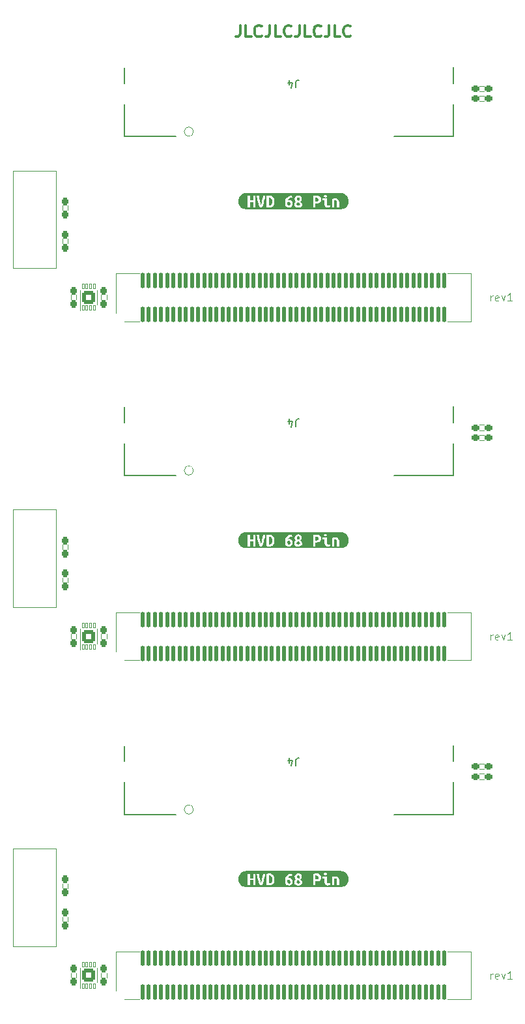
<source format=gto>
G04 #@! TF.GenerationSoftware,KiCad,Pcbnew,8.0.6*
G04 #@! TF.CreationDate,2024-11-07T02:27:12-08:00*
G04 #@! TF.ProjectId,hvd-68-vhdci-panel,6876642d-3638-42d7-9668-6463692d7061,1*
G04 #@! TF.SameCoordinates,Original*
G04 #@! TF.FileFunction,Legend,Top*
G04 #@! TF.FilePolarity,Positive*
%FSLAX46Y46*%
G04 Gerber Fmt 4.6, Leading zero omitted, Abs format (unit mm)*
G04 Created by KiCad (PCBNEW 8.0.6) date 2024-11-07 02:27:12*
%MOMM*%
%LPD*%
G01*
G04 APERTURE LIST*
G04 Aperture macros list*
%AMRoundRect*
0 Rectangle with rounded corners*
0 $1 Rounding radius*
0 $2 $3 $4 $5 $6 $7 $8 $9 X,Y pos of 4 corners*
0 Add a 4 corners polygon primitive as box body*
4,1,4,$2,$3,$4,$5,$6,$7,$8,$9,$2,$3,0*
0 Add four circle primitives for the rounded corners*
1,1,$1+$1,$2,$3*
1,1,$1+$1,$4,$5*
1,1,$1+$1,$6,$7*
1,1,$1+$1,$8,$9*
0 Add four rect primitives between the rounded corners*
20,1,$1+$1,$2,$3,$4,$5,0*
20,1,$1+$1,$4,$5,$6,$7,0*
20,1,$1+$1,$6,$7,$8,$9,0*
20,1,$1+$1,$8,$9,$2,$3,0*%
G04 Aperture macros list end*
%ADD10C,0.100000*%
%ADD11C,0.300000*%
%ADD12C,0.150000*%
%ADD13C,0.000000*%
%ADD14C,0.127000*%
%ADD15C,0.120000*%
%ADD16C,0.500000*%
%ADD17RoundRect,0.225000X0.275000X0.225000X-0.275000X0.225000X-0.275000X-0.225000X0.275000X-0.225000X0*%
%ADD18C,2.500000*%
%ADD19RoundRect,0.225000X0.225000X-0.275000X0.225000X0.275000X-0.225000X0.275000X-0.225000X-0.275000X0*%
%ADD20C,2.300000*%
%ADD21C,2.700000*%
%ADD22C,1.950000*%
%ADD23C,6.500000*%
%ADD24RoundRect,0.062500X0.137500X-0.287500X0.137500X0.287500X-0.137500X0.287500X-0.137500X-0.287500X0*%
%ADD25RoundRect,0.265625X0.584375X-0.584375X0.584375X0.584375X-0.584375X0.584375X-0.584375X-0.584375X0*%
%ADD26RoundRect,0.225000X-0.275000X-0.225000X0.275000X-0.225000X0.275000X0.225000X-0.275000X0.225000X0*%
%ADD27C,1.100000*%
%ADD28O,1.500000X2.350000*%
%ADD29O,1.200000X1.800000*%
%ADD30RoundRect,0.225000X-0.225000X0.275000X-0.225000X-0.275000X0.225000X-0.275000X0.225000X0.275000X0*%
%ADD31C,0.800000*%
%ADD32C,1.200000*%
%ADD33RoundRect,0.125000X0.125000X0.925000X-0.125000X0.925000X-0.125000X-0.925000X0.125000X-0.925000X0*%
G04 APERTURE END LIST*
D10*
X-11857143Y98544581D02*
X-11857143Y99211248D01*
X-11857143Y99020772D02*
X-11809524Y99116010D01*
X-11809524Y99116010D02*
X-11761905Y99163629D01*
X-11761905Y99163629D02*
X-11666667Y99211248D01*
X-11666667Y99211248D02*
X-11571429Y99211248D01*
X-10857143Y98592200D02*
X-10952381Y98544581D01*
X-10952381Y98544581D02*
X-11142857Y98544581D01*
X-11142857Y98544581D02*
X-11238095Y98592200D01*
X-11238095Y98592200D02*
X-11285714Y98687439D01*
X-11285714Y98687439D02*
X-11285714Y99068391D01*
X-11285714Y99068391D02*
X-11238095Y99163629D01*
X-11238095Y99163629D02*
X-11142857Y99211248D01*
X-11142857Y99211248D02*
X-10952381Y99211248D01*
X-10952381Y99211248D02*
X-10857143Y99163629D01*
X-10857143Y99163629D02*
X-10809524Y99068391D01*
X-10809524Y99068391D02*
X-10809524Y98973153D01*
X-10809524Y98973153D02*
X-11285714Y98877915D01*
X-10476190Y99211248D02*
X-10238095Y98544581D01*
X-10238095Y98544581D02*
X-10000000Y99211248D01*
X-9095238Y98544581D02*
X-9666666Y98544581D01*
X-9380952Y98544581D02*
X-9380952Y99544581D01*
X-9380952Y99544581D02*
X-9476190Y99401724D01*
X-9476190Y99401724D02*
X-9571428Y99306486D01*
X-9571428Y99306486D02*
X-9666666Y99258867D01*
X-11857143Y10544581D02*
X-11857143Y11211248D01*
X-11857143Y11020772D02*
X-11809524Y11116010D01*
X-11809524Y11116010D02*
X-11761905Y11163629D01*
X-11761905Y11163629D02*
X-11666667Y11211248D01*
X-11666667Y11211248D02*
X-11571429Y11211248D01*
X-10857143Y10592200D02*
X-10952381Y10544581D01*
X-10952381Y10544581D02*
X-11142857Y10544581D01*
X-11142857Y10544581D02*
X-11238095Y10592200D01*
X-11238095Y10592200D02*
X-11285714Y10687439D01*
X-11285714Y10687439D02*
X-11285714Y11068391D01*
X-11285714Y11068391D02*
X-11238095Y11163629D01*
X-11238095Y11163629D02*
X-11142857Y11211248D01*
X-11142857Y11211248D02*
X-10952381Y11211248D01*
X-10952381Y11211248D02*
X-10857143Y11163629D01*
X-10857143Y11163629D02*
X-10809524Y11068391D01*
X-10809524Y11068391D02*
X-10809524Y10973153D01*
X-10809524Y10973153D02*
X-11285714Y10877915D01*
X-10476190Y11211248D02*
X-10238095Y10544581D01*
X-10238095Y10544581D02*
X-10000000Y11211248D01*
X-9095238Y10544581D02*
X-9666666Y10544581D01*
X-9380952Y10544581D02*
X-9380952Y11544581D01*
X-9380952Y11544581D02*
X-9476190Y11401724D01*
X-9476190Y11401724D02*
X-9571428Y11306486D01*
X-9571428Y11306486D02*
X-9666666Y11258867D01*
D11*
X-44428572Y134325172D02*
X-44428572Y133253743D01*
X-44428572Y133253743D02*
X-44500001Y133039458D01*
X-44500001Y133039458D02*
X-44642858Y132896600D01*
X-44642858Y132896600D02*
X-44857144Y132825172D01*
X-44857144Y132825172D02*
X-45000001Y132825172D01*
X-43000001Y132825172D02*
X-43714287Y132825172D01*
X-43714287Y132825172D02*
X-43714287Y134325172D01*
X-41642858Y132968029D02*
X-41714286Y132896600D01*
X-41714286Y132896600D02*
X-41928572Y132825172D01*
X-41928572Y132825172D02*
X-42071429Y132825172D01*
X-42071429Y132825172D02*
X-42285715Y132896600D01*
X-42285715Y132896600D02*
X-42428572Y133039458D01*
X-42428572Y133039458D02*
X-42500001Y133182315D01*
X-42500001Y133182315D02*
X-42571429Y133468029D01*
X-42571429Y133468029D02*
X-42571429Y133682315D01*
X-42571429Y133682315D02*
X-42500001Y133968029D01*
X-42500001Y133968029D02*
X-42428572Y134110886D01*
X-42428572Y134110886D02*
X-42285715Y134253743D01*
X-42285715Y134253743D02*
X-42071429Y134325172D01*
X-42071429Y134325172D02*
X-41928572Y134325172D01*
X-41928572Y134325172D02*
X-41714286Y134253743D01*
X-41714286Y134253743D02*
X-41642858Y134182315D01*
X-40571429Y134325172D02*
X-40571429Y133253743D01*
X-40571429Y133253743D02*
X-40642858Y133039458D01*
X-40642858Y133039458D02*
X-40785715Y132896600D01*
X-40785715Y132896600D02*
X-41000001Y132825172D01*
X-41000001Y132825172D02*
X-41142858Y132825172D01*
X-39142858Y132825172D02*
X-39857144Y132825172D01*
X-39857144Y132825172D02*
X-39857144Y134325172D01*
X-37785715Y132968029D02*
X-37857143Y132896600D01*
X-37857143Y132896600D02*
X-38071429Y132825172D01*
X-38071429Y132825172D02*
X-38214286Y132825172D01*
X-38214286Y132825172D02*
X-38428572Y132896600D01*
X-38428572Y132896600D02*
X-38571429Y133039458D01*
X-38571429Y133039458D02*
X-38642858Y133182315D01*
X-38642858Y133182315D02*
X-38714286Y133468029D01*
X-38714286Y133468029D02*
X-38714286Y133682315D01*
X-38714286Y133682315D02*
X-38642858Y133968029D01*
X-38642858Y133968029D02*
X-38571429Y134110886D01*
X-38571429Y134110886D02*
X-38428572Y134253743D01*
X-38428572Y134253743D02*
X-38214286Y134325172D01*
X-38214286Y134325172D02*
X-38071429Y134325172D01*
X-38071429Y134325172D02*
X-37857143Y134253743D01*
X-37857143Y134253743D02*
X-37785715Y134182315D01*
X-36714286Y134325172D02*
X-36714286Y133253743D01*
X-36714286Y133253743D02*
X-36785715Y133039458D01*
X-36785715Y133039458D02*
X-36928572Y132896600D01*
X-36928572Y132896600D02*
X-37142858Y132825172D01*
X-37142858Y132825172D02*
X-37285715Y132825172D01*
X-35285715Y132825172D02*
X-36000001Y132825172D01*
X-36000001Y132825172D02*
X-36000001Y134325172D01*
X-33928572Y132968029D02*
X-34000000Y132896600D01*
X-34000000Y132896600D02*
X-34214286Y132825172D01*
X-34214286Y132825172D02*
X-34357143Y132825172D01*
X-34357143Y132825172D02*
X-34571429Y132896600D01*
X-34571429Y132896600D02*
X-34714286Y133039458D01*
X-34714286Y133039458D02*
X-34785715Y133182315D01*
X-34785715Y133182315D02*
X-34857143Y133468029D01*
X-34857143Y133468029D02*
X-34857143Y133682315D01*
X-34857143Y133682315D02*
X-34785715Y133968029D01*
X-34785715Y133968029D02*
X-34714286Y134110886D01*
X-34714286Y134110886D02*
X-34571429Y134253743D01*
X-34571429Y134253743D02*
X-34357143Y134325172D01*
X-34357143Y134325172D02*
X-34214286Y134325172D01*
X-34214286Y134325172D02*
X-34000000Y134253743D01*
X-34000000Y134253743D02*
X-33928572Y134182315D01*
X-32857143Y134325172D02*
X-32857143Y133253743D01*
X-32857143Y133253743D02*
X-32928572Y133039458D01*
X-32928572Y133039458D02*
X-33071429Y132896600D01*
X-33071429Y132896600D02*
X-33285715Y132825172D01*
X-33285715Y132825172D02*
X-33428572Y132825172D01*
X-31428572Y132825172D02*
X-32142858Y132825172D01*
X-32142858Y132825172D02*
X-32142858Y134325172D01*
X-30071429Y132968029D02*
X-30142857Y132896600D01*
X-30142857Y132896600D02*
X-30357143Y132825172D01*
X-30357143Y132825172D02*
X-30500000Y132825172D01*
X-30500000Y132825172D02*
X-30714286Y132896600D01*
X-30714286Y132896600D02*
X-30857143Y133039458D01*
X-30857143Y133039458D02*
X-30928572Y133182315D01*
X-30928572Y133182315D02*
X-31000000Y133468029D01*
X-31000000Y133468029D02*
X-31000000Y133682315D01*
X-31000000Y133682315D02*
X-30928572Y133968029D01*
X-30928572Y133968029D02*
X-30857143Y134110886D01*
X-30857143Y134110886D02*
X-30714286Y134253743D01*
X-30714286Y134253743D02*
X-30500000Y134325172D01*
X-30500000Y134325172D02*
X-30357143Y134325172D01*
X-30357143Y134325172D02*
X-30142857Y134253743D01*
X-30142857Y134253743D02*
X-30071429Y134182315D01*
D10*
X-11857143Y54544581D02*
X-11857143Y55211248D01*
X-11857143Y55020772D02*
X-11809524Y55116010D01*
X-11809524Y55116010D02*
X-11761905Y55163629D01*
X-11761905Y55163629D02*
X-11666667Y55211248D01*
X-11666667Y55211248D02*
X-11571429Y55211248D01*
X-10857143Y54592200D02*
X-10952381Y54544581D01*
X-10952381Y54544581D02*
X-11142857Y54544581D01*
X-11142857Y54544581D02*
X-11238095Y54592200D01*
X-11238095Y54592200D02*
X-11285714Y54687439D01*
X-11285714Y54687439D02*
X-11285714Y55068391D01*
X-11285714Y55068391D02*
X-11238095Y55163629D01*
X-11238095Y55163629D02*
X-11142857Y55211248D01*
X-11142857Y55211248D02*
X-10952381Y55211248D01*
X-10952381Y55211248D02*
X-10857143Y55163629D01*
X-10857143Y55163629D02*
X-10809524Y55068391D01*
X-10809524Y55068391D02*
X-10809524Y54973153D01*
X-10809524Y54973153D02*
X-11285714Y54877915D01*
X-10476190Y55211248D02*
X-10238095Y54544581D01*
X-10238095Y54544581D02*
X-10000000Y55211248D01*
X-9095238Y54544581D02*
X-9666666Y54544581D01*
X-9380952Y54544581D02*
X-9380952Y55544581D01*
X-9380952Y55544581D02*
X-9476190Y55401724D01*
X-9476190Y55401724D02*
X-9571428Y55306486D01*
X-9571428Y55306486D02*
X-9666666Y55258867D01*
D12*
X-37166667Y38221820D02*
X-37166667Y38936105D01*
X-37166667Y38936105D02*
X-37119048Y39078962D01*
X-37119048Y39078962D02*
X-37023810Y39174200D01*
X-37023810Y39174200D02*
X-36880953Y39221820D01*
X-36880953Y39221820D02*
X-36785715Y39221820D01*
X-38071429Y38555153D02*
X-38071429Y39221820D01*
X-37833334Y38174200D02*
X-37595239Y38888486D01*
X-37595239Y38888486D02*
X-38214286Y38888486D01*
X-37166667Y126221820D02*
X-37166667Y126936105D01*
X-37166667Y126936105D02*
X-37119048Y127078962D01*
X-37119048Y127078962D02*
X-37023810Y127174200D01*
X-37023810Y127174200D02*
X-36880953Y127221820D01*
X-36880953Y127221820D02*
X-36785715Y127221820D01*
X-38071429Y126555153D02*
X-38071429Y127221820D01*
X-37833334Y126174200D02*
X-37595239Y126888486D01*
X-37595239Y126888486D02*
X-38214286Y126888486D01*
X-37166667Y82221820D02*
X-37166667Y82936105D01*
X-37166667Y82936105D02*
X-37119048Y83078962D01*
X-37119048Y83078962D02*
X-37023810Y83174200D01*
X-37023810Y83174200D02*
X-36880953Y83221820D01*
X-36880953Y83221820D02*
X-36785715Y83221820D01*
X-38071429Y82555153D02*
X-38071429Y83221820D01*
X-37833334Y82174200D02*
X-37595239Y82888486D01*
X-37595239Y82888486D02*
X-38214286Y82888486D01*
D10*
G04 #@! TO.C,R4*
X-13300000Y80452001D02*
X-12700000Y80452001D01*
X-12700000Y81151999D02*
X-13300000Y81151999D01*
G04 #@! TO.C,C1*
X-66399999Y54702000D02*
X-66399999Y55302000D01*
X-65700001Y55302000D02*
X-65700001Y54702000D01*
G04 #@! TO.C,J3*
X-68370000Y14772001D02*
X-73969999Y14772000D01*
X-73969999Y27442000D01*
X-68369999Y27442000D01*
X-68370000Y14772001D01*
G04 #@! TO.C,R4*
X-13300000Y36452001D02*
X-12700000Y36452001D01*
X-12700000Y37151999D02*
X-13300000Y37151999D01*
G04 #@! TO.C,U1*
X-65200000Y9302000D02*
X-65200000Y11952000D01*
X-63000000Y11952000D02*
X-63000000Y10052000D01*
X-65200000Y53302000D02*
X-65200000Y55952000D01*
X-63000000Y55952000D02*
X-63000000Y54052000D01*
G04 #@! TO.C,C2*
X-13300000Y38451999D02*
X-12700000Y38451999D01*
X-12700000Y37752001D02*
X-13300000Y37752001D01*
G04 #@! TO.C,J3*
X-68370000Y102772001D02*
X-73969999Y102772000D01*
X-73969999Y115442000D01*
X-68369999Y115442000D01*
X-68370000Y102772001D01*
G04 #@! TO.C,C1*
X-66399999Y10702000D02*
X-66399999Y11302000D01*
X-65700001Y11302000D02*
X-65700001Y10702000D01*
G04 #@! TO.C,C2*
X-13300000Y82451999D02*
X-12700000Y82451999D01*
X-12700000Y81752001D02*
X-13300000Y81752001D01*
D13*
G04 #@! TO.C,kibuzzard-672C63B8*
G36*
X-36740307Y111935764D02*
G01*
X-36683360Y111808543D01*
X-36714863Y111678898D01*
X-36821486Y111556523D01*
X-36940832Y111613470D01*
X-37017771Y111667994D01*
X-37073506Y111806120D01*
X-37014136Y111934553D01*
X-36877221Y111978171D01*
X-36740307Y111935764D01*
G37*
G36*
X-36821486Y111293599D02*
G01*
X-36718498Y111233018D01*
X-36660339Y111166378D01*
X-36642165Y111081564D01*
X-36706381Y110956766D01*
X-36879645Y110904666D01*
X-37043215Y110954342D01*
X-37112278Y111100950D01*
X-37075929Y111233018D01*
X-36971729Y111357816D01*
X-36821486Y111293599D01*
G37*
G36*
X-34376111Y111933038D02*
G01*
X-34292811Y111892145D01*
X-34239196Y111818539D01*
X-34221325Y111706766D01*
X-34239499Y111588935D01*
X-34294023Y111511693D01*
X-34384289Y111468983D01*
X-34509693Y111454746D01*
X-34630856Y111454746D01*
X-34630856Y111939399D01*
X-34556947Y111945457D01*
X-34483037Y111946669D01*
X-34376111Y111933038D01*
G37*
G36*
X-40439418Y111904262D02*
G01*
X-40340065Y111791580D01*
X-40289176Y111629221D01*
X-40274637Y111440207D01*
X-40279180Y111333280D01*
X-40292811Y111235441D01*
X-40353393Y111074294D01*
X-40464863Y110967670D01*
X-40635703Y110928898D01*
X-40662359Y110928898D01*
X-40689015Y110931321D01*
X-40689015Y111939399D01*
X-40645396Y111945457D01*
X-40601777Y111946669D01*
X-40439418Y111904262D01*
G37*
G36*
X-38003433Y111385986D02*
G01*
X-37933764Y111339641D01*
X-37882876Y111163955D01*
X-37893780Y111079141D01*
X-37927706Y110999173D01*
X-37987076Y110938591D01*
X-38074313Y110914359D01*
X-38179725Y110944649D01*
X-38246365Y111025829D01*
X-38280291Y111140934D01*
X-38289984Y111275425D01*
X-38288772Y111321467D01*
X-38285137Y111365086D01*
X-38205170Y111391742D01*
X-38110662Y111401435D01*
X-38003433Y111385986D01*
G37*
G36*
X-31263343Y112543407D02*
G01*
X-31161761Y112528339D01*
X-31062146Y112503386D01*
X-30965455Y112468790D01*
X-30872622Y112424883D01*
X-30784539Y112372088D01*
X-30702055Y112310914D01*
X-30625964Y112241949D01*
X-30556999Y112165858D01*
X-30495825Y112083374D01*
X-30443030Y111995291D01*
X-30399123Y111902458D01*
X-30364526Y111805767D01*
X-30339574Y111706151D01*
X-30324506Y111604570D01*
X-30319467Y111502000D01*
X-30324506Y111399430D01*
X-30339574Y111297849D01*
X-30364526Y111198233D01*
X-30399123Y111101542D01*
X-30443030Y111008709D01*
X-30495825Y110920626D01*
X-30556999Y110838142D01*
X-30625964Y110762051D01*
X-30702055Y110693086D01*
X-30784539Y110631912D01*
X-30872622Y110579117D01*
X-30965455Y110535210D01*
X-31062146Y110500614D01*
X-31161761Y110475661D01*
X-31263343Y110460593D01*
X-31365913Y110455554D01*
X-31567851Y110455554D01*
X-33038772Y110455554D01*
X-34630856Y110455554D01*
X-36884491Y110455554D01*
X-38067044Y110455554D01*
X-40667205Y110455554D01*
X-41878837Y110455554D01*
X-42438611Y110455554D01*
X-43432149Y110455554D01*
X-43634087Y110455554D01*
X-43736657Y110460593D01*
X-43838239Y110475661D01*
X-43937854Y110500614D01*
X-44034545Y110535210D01*
X-44127378Y110579117D01*
X-44215461Y110631912D01*
X-44292429Y110688995D01*
X-43432149Y110688995D01*
X-43134087Y110688995D01*
X-43134087Y111350546D01*
X-42736672Y111350546D01*
X-42736672Y110688995D01*
X-42438611Y110688995D01*
X-42438611Y112188995D01*
X-42298061Y112188995D01*
X-42270194Y112053292D01*
X-42230210Y111883664D01*
X-42198169Y111756712D01*
X-42163436Y111624644D01*
X-42126010Y111487460D01*
X-42086430Y111347584D01*
X-42045234Y111207439D01*
X-42002423Y111067024D01*
X-41938813Y110867105D01*
X-41878837Y110688995D01*
X-41571082Y110688995D01*
X-41524771Y110818101D01*
X-41479537Y110950169D01*
X-41435380Y111085199D01*
X-41392973Y111220901D01*
X-41352989Y111354989D01*
X-41315428Y111487460D01*
X-41263934Y111680413D01*
X-41218498Y111864278D01*
X-41179422Y112035118D01*
X-41151094Y112169609D01*
X-40987076Y112169609D01*
X-40987076Y110705958D01*
X-40823506Y110678090D01*
X-40667205Y110669609D01*
X-40520901Y110680211D01*
X-40387318Y110712016D01*
X-40268881Y110766842D01*
X-40168013Y110846507D01*
X-40085925Y110952222D01*
X-40023829Y111085199D01*
X-39984754Y111247254D01*
X-39981053Y111302081D01*
X-38583199Y111302081D01*
X-38568525Y111100277D01*
X-38524502Y110937514D01*
X-38451131Y110813793D01*
X-38349758Y110726960D01*
X-38221729Y110674859D01*
X-38067044Y110657493D01*
X-37951939Y110669306D01*
X-37853796Y110704746D01*
X-37705977Y110827121D01*
X-37619952Y110991903D01*
X-37608499Y111064601D01*
X-37390953Y111064601D01*
X-37354604Y110893761D01*
X-37251616Y110765328D01*
X-37091680Y110685360D01*
X-36993235Y110664460D01*
X-36884491Y110657493D01*
X-36750606Y110667186D01*
X-36639742Y110696265D01*
X-36478595Y110794407D01*
X-36388934Y110928898D01*
X-36361066Y111076717D01*
X-36375303Y111185764D01*
X-36418013Y111285118D01*
X-36495254Y111375990D01*
X-36613086Y111459593D01*
X-36518578Y111535623D01*
X-36453150Y111628010D01*
X-36414984Y111729484D01*
X-36402262Y111832775D01*
X-36434067Y111993922D01*
X-36529483Y112118721D01*
X-36624514Y112169609D01*
X-34928918Y112169609D01*
X-34928918Y110688995D01*
X-34630856Y110688995D01*
X-34630856Y111195457D01*
X-34524233Y111195457D01*
X-34345046Y111208785D01*
X-34195207Y111248769D01*
X-34074717Y111315409D01*
X-33986537Y111411935D01*
X-33933630Y111541580D01*
X-33915994Y111704342D01*
X-33929416Y111827929D01*
X-33760905Y111827929D01*
X-33760905Y111580756D01*
X-33445880Y111580756D01*
X-33445880Y111161532D01*
X-33441034Y111049456D01*
X-33426494Y110950708D01*
X-33359855Y110794407D01*
X-33233845Y110696265D01*
X-33145699Y110670821D01*
X-33038772Y110662339D01*
X-32889742Y110678090D01*
X-32716478Y110737460D01*
X-32755250Y110977363D01*
X-32886107Y110932533D01*
X-32985460Y110921628D01*
X-33110258Y110971305D01*
X-33147819Y111122759D01*
X-33147819Y111791580D01*
X-32483845Y111791580D01*
X-32483845Y110688995D01*
X-32185784Y110688995D01*
X-32185784Y111583179D01*
X-32116721Y111590449D01*
X-32050081Y111592872D01*
X-31902262Y111522598D01*
X-31875000Y111429908D01*
X-31865913Y111292388D01*
X-31865913Y110688995D01*
X-31567851Y110688995D01*
X-31567851Y111331160D01*
X-31573304Y111442327D01*
X-31589661Y111543195D01*
X-31663570Y111707977D01*
X-31805331Y111814601D01*
X-31906502Y111842771D01*
X-32030695Y111852162D01*
X-32163671Y111847315D01*
X-32286349Y111832775D01*
X-32394487Y111812784D01*
X-32483845Y111791580D01*
X-33147819Y111791580D01*
X-33147819Y111827929D01*
X-33348950Y111827929D01*
X-33760905Y111827929D01*
X-33929416Y111827929D01*
X-33933495Y111865489D01*
X-33985999Y111993519D01*
X-34073506Y112088430D01*
X-34192784Y112153723D01*
X-34197863Y112155069D01*
X-33535541Y112155069D01*
X-33481018Y112016943D01*
X-33348950Y111966055D01*
X-33215670Y112016943D01*
X-33159935Y112155069D01*
X-33215670Y112295619D01*
X-33348950Y112346507D01*
X-33481018Y112295619D01*
X-33535541Y112155069D01*
X-34197863Y112155069D01*
X-34340603Y112192899D01*
X-34516963Y112205958D01*
X-34611470Y112203535D01*
X-34720517Y112197477D01*
X-34830775Y112186572D01*
X-34928918Y112169609D01*
X-36624514Y112169609D01*
X-36678817Y112198688D01*
X-36872375Y112225344D01*
X-36997173Y112215045D01*
X-37100162Y112184149D01*
X-37247981Y112079948D01*
X-37329160Y111938187D01*
X-37354604Y111786733D01*
X-37315832Y111612258D01*
X-37260097Y111532291D01*
X-37170436Y111457170D01*
X-37269184Y111373870D01*
X-37337641Y111279060D01*
X-37377625Y111175162D01*
X-37390953Y111064601D01*
X-37608499Y111064601D01*
X-37592084Y111168801D01*
X-37617528Y111352969D01*
X-37701131Y111505635D01*
X-37850162Y111609835D01*
X-37951030Y111638914D01*
X-38071890Y111648607D01*
X-38149435Y111637703D01*
X-38239095Y111607412D01*
X-38155493Y111764924D01*
X-38021002Y111867913D01*
X-37851373Y111924859D01*
X-37662359Y111944246D01*
X-37679321Y112198688D01*
X-37873788Y112184149D01*
X-38050081Y112140530D01*
X-38205170Y112068438D01*
X-38336026Y111968478D01*
X-38441135Y111841257D01*
X-38518982Y111687380D01*
X-38567145Y111507452D01*
X-38583199Y111302081D01*
X-39981053Y111302081D01*
X-39971729Y111440207D01*
X-39983542Y111628918D01*
X-40018982Y111787945D01*
X-40075626Y111919407D01*
X-40151050Y112025425D01*
X-40245254Y112106301D01*
X-40358239Y112162339D01*
X-40486975Y112195053D01*
X-40628433Y112205958D01*
X-40795638Y112198688D01*
X-40987076Y112169609D01*
X-41151094Y112169609D01*
X-41147011Y112188995D01*
X-41459612Y112188995D01*
X-41481422Y112062985D01*
X-41508078Y111917590D01*
X-41538368Y111760380D01*
X-41571082Y111598931D01*
X-41606220Y111436572D01*
X-41643780Y111276637D01*
X-41682553Y111126697D01*
X-41721325Y110994326D01*
X-41760400Y111128515D01*
X-41800081Y111279060D01*
X-41838853Y111438995D01*
X-41875202Y111601354D01*
X-41908825Y111762501D01*
X-41939418Y111918801D01*
X-41964863Y112063288D01*
X-41983037Y112188995D01*
X-42298061Y112188995D01*
X-42438611Y112188995D01*
X-42736672Y112188995D01*
X-42736672Y111597719D01*
X-43134087Y111597719D01*
X-43134087Y112188995D01*
X-43432149Y112188995D01*
X-43432149Y110688995D01*
X-44292429Y110688995D01*
X-44297945Y110693086D01*
X-44374036Y110762051D01*
X-44443001Y110838142D01*
X-44504175Y110920626D01*
X-44556970Y111008709D01*
X-44600877Y111101542D01*
X-44635474Y111198233D01*
X-44660426Y111297849D01*
X-44675494Y111399430D01*
X-44680533Y111502000D01*
X-44675494Y111604570D01*
X-44660426Y111706151D01*
X-44635474Y111805767D01*
X-44600877Y111902458D01*
X-44556970Y111995291D01*
X-44504175Y112083374D01*
X-44443001Y112165858D01*
X-44374036Y112241949D01*
X-44297945Y112310914D01*
X-44215461Y112372088D01*
X-44127378Y112424883D01*
X-44034545Y112468790D01*
X-43937854Y112503386D01*
X-43838239Y112528339D01*
X-43736657Y112543407D01*
X-43634087Y112548446D01*
X-43432149Y112548446D01*
X-31567851Y112548446D01*
X-31365913Y112548446D01*
X-31263343Y112543407D01*
G37*
D10*
G04 #@! TO.C,R4*
X-13300000Y124452001D02*
X-12700000Y124452001D01*
X-12700000Y125151999D02*
X-13300000Y125151999D01*
G04 #@! TO.C,J3*
X-68370000Y58772001D02*
X-73969999Y58772000D01*
X-73969999Y71442000D01*
X-68369999Y71442000D01*
X-68370000Y58772001D01*
D14*
G04 #@! TO.C,J4*
X-59450000Y40767000D02*
X-59450000Y38767000D01*
X-59450000Y36067000D02*
X-59450000Y31867000D01*
X-59450000Y31867000D02*
X-52750000Y31867000D01*
X-24450000Y31867000D02*
X-16750000Y31867000D01*
X-16750000Y38767000D02*
X-16750000Y40867000D01*
X-16750000Y31867000D02*
X-16750000Y36067000D01*
D10*
X-50500000Y32517000D02*
G75*
G02*
X-51700000Y32517000I-600000J0D01*
G01*
X-51700000Y32517000D02*
G75*
G02*
X-50500000Y32517000I600000J0D01*
G01*
G04 #@! TO.C,U1*
X-65200000Y97302000D02*
X-65200000Y99952000D01*
X-63000000Y99952000D02*
X-63000000Y98052000D01*
G04 #@! TO.C,R3*
X-67549999Y18602000D02*
X-67549999Y18002000D01*
X-66850001Y18002000D02*
X-66850001Y18602000D01*
G04 #@! TO.C,R1*
X-62499999Y55302000D02*
X-62499999Y54702000D01*
X-61800001Y54702000D02*
X-61800001Y55302000D01*
G04 #@! TO.C,R2*
X-67549999Y110902000D02*
X-67549999Y110302000D01*
X-66850001Y110302000D02*
X-66850001Y110902000D01*
D15*
G04 #@! TO.C,J1*
X-60600001Y102102000D02*
X-60600000Y97002000D01*
X-60600001Y102102000D02*
X-57500001Y102102000D01*
X-59500000Y95902000D02*
X-57500001Y95902000D01*
X-17499999Y102102000D02*
X-14399999Y102102000D01*
X-17499999Y95902000D02*
X-14399999Y95902000D01*
X-14399999Y102102000D02*
X-14399999Y95902000D01*
D10*
G04 #@! TO.C,R1*
X-62499999Y99302000D02*
X-62499999Y98702000D01*
X-61800001Y98702000D02*
X-61800001Y99302000D01*
X-62499999Y11302000D02*
X-62499999Y10702000D01*
X-61800001Y10702000D02*
X-61800001Y11302000D01*
D15*
G04 #@! TO.C,J1*
X-60600001Y58102000D02*
X-60600000Y53002000D01*
X-60600001Y58102000D02*
X-57500001Y58102000D01*
X-59500000Y51902000D02*
X-57500001Y51902000D01*
X-17499999Y58102000D02*
X-14399999Y58102000D01*
X-17499999Y51902000D02*
X-14399999Y51902000D01*
X-14399999Y58102000D02*
X-14399999Y51902000D01*
D14*
G04 #@! TO.C,J4*
X-59450000Y128767000D02*
X-59450000Y126767000D01*
X-59450000Y124067000D02*
X-59450000Y119867000D01*
X-59450000Y119867000D02*
X-52750000Y119867000D01*
X-24450000Y119867000D02*
X-16750000Y119867000D01*
X-16750000Y126767000D02*
X-16750000Y128867000D01*
X-16750000Y119867000D02*
X-16750000Y124067000D01*
D10*
X-50500000Y120517000D02*
G75*
G02*
X-51700000Y120517000I-600000J0D01*
G01*
X-51700000Y120517000D02*
G75*
G02*
X-50500000Y120517000I600000J0D01*
G01*
D14*
X-59450000Y84767000D02*
X-59450000Y82767000D01*
X-59450000Y80067000D02*
X-59450000Y75867000D01*
X-59450000Y75867000D02*
X-52750000Y75867000D01*
X-24450000Y75867000D02*
X-16750000Y75867000D01*
X-16750000Y82767000D02*
X-16750000Y84867000D01*
X-16750000Y75867000D02*
X-16750000Y80067000D01*
D10*
X-50500000Y76517000D02*
G75*
G02*
X-51700000Y76517000I-600000J0D01*
G01*
X-51700000Y76517000D02*
G75*
G02*
X-50500000Y76517000I600000J0D01*
G01*
G04 #@! TO.C,C1*
X-66399999Y98702000D02*
X-66399999Y99302000D01*
X-65700001Y99302000D02*
X-65700001Y98702000D01*
G04 #@! TO.C,R2*
X-67549999Y22902000D02*
X-67549999Y22302000D01*
X-66850001Y22302000D02*
X-66850001Y22902000D01*
G04 #@! TO.C,R3*
X-67549999Y106602000D02*
X-67549999Y106002000D01*
X-66850001Y106002000D02*
X-66850001Y106602000D01*
X-67549999Y62602000D02*
X-67549999Y62002000D01*
X-66850001Y62002000D02*
X-66850001Y62602000D01*
D15*
G04 #@! TO.C,J1*
X-60600001Y14102000D02*
X-60600000Y9002000D01*
X-60600001Y14102000D02*
X-57500001Y14102000D01*
X-59500000Y7902000D02*
X-57500001Y7902000D01*
X-17499999Y14102000D02*
X-14399999Y14102000D01*
X-17499999Y7902000D02*
X-14399999Y7902000D01*
X-14399999Y14102000D02*
X-14399999Y7902000D01*
D13*
G04 #@! TO.C,kibuzzard-672C63B8*
G36*
X-36740307Y23935764D02*
G01*
X-36683360Y23808543D01*
X-36714863Y23678898D01*
X-36821486Y23556523D01*
X-36940832Y23613470D01*
X-37017771Y23667994D01*
X-37073506Y23806120D01*
X-37014136Y23934553D01*
X-36877221Y23978171D01*
X-36740307Y23935764D01*
G37*
G36*
X-36821486Y23293599D02*
G01*
X-36718498Y23233018D01*
X-36660339Y23166378D01*
X-36642165Y23081564D01*
X-36706381Y22956766D01*
X-36879645Y22904666D01*
X-37043215Y22954342D01*
X-37112278Y23100950D01*
X-37075929Y23233018D01*
X-36971729Y23357816D01*
X-36821486Y23293599D01*
G37*
G36*
X-34376111Y23933038D02*
G01*
X-34292811Y23892145D01*
X-34239196Y23818539D01*
X-34221325Y23706766D01*
X-34239499Y23588935D01*
X-34294023Y23511693D01*
X-34384289Y23468983D01*
X-34509693Y23454746D01*
X-34630856Y23454746D01*
X-34630856Y23939399D01*
X-34556947Y23945457D01*
X-34483037Y23946669D01*
X-34376111Y23933038D01*
G37*
G36*
X-40439418Y23904262D02*
G01*
X-40340065Y23791580D01*
X-40289176Y23629221D01*
X-40274637Y23440207D01*
X-40279180Y23333280D01*
X-40292811Y23235441D01*
X-40353393Y23074294D01*
X-40464863Y22967670D01*
X-40635703Y22928898D01*
X-40662359Y22928898D01*
X-40689015Y22931321D01*
X-40689015Y23939399D01*
X-40645396Y23945457D01*
X-40601777Y23946669D01*
X-40439418Y23904262D01*
G37*
G36*
X-38003433Y23385986D02*
G01*
X-37933764Y23339641D01*
X-37882876Y23163955D01*
X-37893780Y23079141D01*
X-37927706Y22999173D01*
X-37987076Y22938591D01*
X-38074313Y22914359D01*
X-38179725Y22944649D01*
X-38246365Y23025829D01*
X-38280291Y23140934D01*
X-38289984Y23275425D01*
X-38288772Y23321467D01*
X-38285137Y23365086D01*
X-38205170Y23391742D01*
X-38110662Y23401435D01*
X-38003433Y23385986D01*
G37*
G36*
X-31263343Y24543407D02*
G01*
X-31161761Y24528339D01*
X-31062146Y24503386D01*
X-30965455Y24468790D01*
X-30872622Y24424883D01*
X-30784539Y24372088D01*
X-30702055Y24310914D01*
X-30625964Y24241949D01*
X-30556999Y24165858D01*
X-30495825Y24083374D01*
X-30443030Y23995291D01*
X-30399123Y23902458D01*
X-30364526Y23805767D01*
X-30339574Y23706151D01*
X-30324506Y23604570D01*
X-30319467Y23502000D01*
X-30324506Y23399430D01*
X-30339574Y23297849D01*
X-30364526Y23198233D01*
X-30399123Y23101542D01*
X-30443030Y23008709D01*
X-30495825Y22920626D01*
X-30556999Y22838142D01*
X-30625964Y22762051D01*
X-30702055Y22693086D01*
X-30784539Y22631912D01*
X-30872622Y22579117D01*
X-30965455Y22535210D01*
X-31062146Y22500614D01*
X-31161761Y22475661D01*
X-31263343Y22460593D01*
X-31365913Y22455554D01*
X-31567851Y22455554D01*
X-33038772Y22455554D01*
X-34630856Y22455554D01*
X-36884491Y22455554D01*
X-38067044Y22455554D01*
X-40667205Y22455554D01*
X-41878837Y22455554D01*
X-42438611Y22455554D01*
X-43432149Y22455554D01*
X-43634087Y22455554D01*
X-43736657Y22460593D01*
X-43838239Y22475661D01*
X-43937854Y22500614D01*
X-44034545Y22535210D01*
X-44127378Y22579117D01*
X-44215461Y22631912D01*
X-44292429Y22688995D01*
X-43432149Y22688995D01*
X-43134087Y22688995D01*
X-43134087Y23350546D01*
X-42736672Y23350546D01*
X-42736672Y22688995D01*
X-42438611Y22688995D01*
X-42438611Y24188995D01*
X-42298061Y24188995D01*
X-42270194Y24053292D01*
X-42230210Y23883664D01*
X-42198169Y23756712D01*
X-42163436Y23624644D01*
X-42126010Y23487460D01*
X-42086430Y23347584D01*
X-42045234Y23207439D01*
X-42002423Y23067024D01*
X-41938813Y22867105D01*
X-41878837Y22688995D01*
X-41571082Y22688995D01*
X-41524771Y22818101D01*
X-41479537Y22950169D01*
X-41435380Y23085199D01*
X-41392973Y23220901D01*
X-41352989Y23354989D01*
X-41315428Y23487460D01*
X-41263934Y23680413D01*
X-41218498Y23864278D01*
X-41179422Y24035118D01*
X-41151094Y24169609D01*
X-40987076Y24169609D01*
X-40987076Y22705958D01*
X-40823506Y22678090D01*
X-40667205Y22669609D01*
X-40520901Y22680211D01*
X-40387318Y22712016D01*
X-40268881Y22766842D01*
X-40168013Y22846507D01*
X-40085925Y22952222D01*
X-40023829Y23085199D01*
X-39984754Y23247254D01*
X-39981053Y23302081D01*
X-38583199Y23302081D01*
X-38568525Y23100277D01*
X-38524502Y22937514D01*
X-38451131Y22813793D01*
X-38349758Y22726960D01*
X-38221729Y22674859D01*
X-38067044Y22657493D01*
X-37951939Y22669306D01*
X-37853796Y22704746D01*
X-37705977Y22827121D01*
X-37619952Y22991903D01*
X-37608499Y23064601D01*
X-37390953Y23064601D01*
X-37354604Y22893761D01*
X-37251616Y22765328D01*
X-37091680Y22685360D01*
X-36993235Y22664460D01*
X-36884491Y22657493D01*
X-36750606Y22667186D01*
X-36639742Y22696265D01*
X-36478595Y22794407D01*
X-36388934Y22928898D01*
X-36361066Y23076717D01*
X-36375303Y23185764D01*
X-36418013Y23285118D01*
X-36495254Y23375990D01*
X-36613086Y23459593D01*
X-36518578Y23535623D01*
X-36453150Y23628010D01*
X-36414984Y23729484D01*
X-36402262Y23832775D01*
X-36434067Y23993922D01*
X-36529483Y24118721D01*
X-36624514Y24169609D01*
X-34928918Y24169609D01*
X-34928918Y22688995D01*
X-34630856Y22688995D01*
X-34630856Y23195457D01*
X-34524233Y23195457D01*
X-34345046Y23208785D01*
X-34195207Y23248769D01*
X-34074717Y23315409D01*
X-33986537Y23411935D01*
X-33933630Y23541580D01*
X-33915994Y23704342D01*
X-33929416Y23827929D01*
X-33760905Y23827929D01*
X-33760905Y23580756D01*
X-33445880Y23580756D01*
X-33445880Y23161532D01*
X-33441034Y23049456D01*
X-33426494Y22950708D01*
X-33359855Y22794407D01*
X-33233845Y22696265D01*
X-33145699Y22670821D01*
X-33038772Y22662339D01*
X-32889742Y22678090D01*
X-32716478Y22737460D01*
X-32755250Y22977363D01*
X-32886107Y22932533D01*
X-32985460Y22921628D01*
X-33110258Y22971305D01*
X-33147819Y23122759D01*
X-33147819Y23791580D01*
X-32483845Y23791580D01*
X-32483845Y22688995D01*
X-32185784Y22688995D01*
X-32185784Y23583179D01*
X-32116721Y23590449D01*
X-32050081Y23592872D01*
X-31902262Y23522598D01*
X-31875000Y23429908D01*
X-31865913Y23292388D01*
X-31865913Y22688995D01*
X-31567851Y22688995D01*
X-31567851Y23331160D01*
X-31573304Y23442327D01*
X-31589661Y23543195D01*
X-31663570Y23707977D01*
X-31805331Y23814601D01*
X-31906502Y23842771D01*
X-32030695Y23852162D01*
X-32163671Y23847315D01*
X-32286349Y23832775D01*
X-32394487Y23812784D01*
X-32483845Y23791580D01*
X-33147819Y23791580D01*
X-33147819Y23827929D01*
X-33348950Y23827929D01*
X-33760905Y23827929D01*
X-33929416Y23827929D01*
X-33933495Y23865489D01*
X-33985999Y23993519D01*
X-34073506Y24088430D01*
X-34192784Y24153723D01*
X-34197863Y24155069D01*
X-33535541Y24155069D01*
X-33481018Y24016943D01*
X-33348950Y23966055D01*
X-33215670Y24016943D01*
X-33159935Y24155069D01*
X-33215670Y24295619D01*
X-33348950Y24346507D01*
X-33481018Y24295619D01*
X-33535541Y24155069D01*
X-34197863Y24155069D01*
X-34340603Y24192899D01*
X-34516963Y24205958D01*
X-34611470Y24203535D01*
X-34720517Y24197477D01*
X-34830775Y24186572D01*
X-34928918Y24169609D01*
X-36624514Y24169609D01*
X-36678817Y24198688D01*
X-36872375Y24225344D01*
X-36997173Y24215045D01*
X-37100162Y24184149D01*
X-37247981Y24079948D01*
X-37329160Y23938187D01*
X-37354604Y23786733D01*
X-37315832Y23612258D01*
X-37260097Y23532291D01*
X-37170436Y23457170D01*
X-37269184Y23373870D01*
X-37337641Y23279060D01*
X-37377625Y23175162D01*
X-37390953Y23064601D01*
X-37608499Y23064601D01*
X-37592084Y23168801D01*
X-37617528Y23352969D01*
X-37701131Y23505635D01*
X-37850162Y23609835D01*
X-37951030Y23638914D01*
X-38071890Y23648607D01*
X-38149435Y23637703D01*
X-38239095Y23607412D01*
X-38155493Y23764924D01*
X-38021002Y23867913D01*
X-37851373Y23924859D01*
X-37662359Y23944246D01*
X-37679321Y24198688D01*
X-37873788Y24184149D01*
X-38050081Y24140530D01*
X-38205170Y24068438D01*
X-38336026Y23968478D01*
X-38441135Y23841257D01*
X-38518982Y23687380D01*
X-38567145Y23507452D01*
X-38583199Y23302081D01*
X-39981053Y23302081D01*
X-39971729Y23440207D01*
X-39983542Y23628918D01*
X-40018982Y23787945D01*
X-40075626Y23919407D01*
X-40151050Y24025425D01*
X-40245254Y24106301D01*
X-40358239Y24162339D01*
X-40486975Y24195053D01*
X-40628433Y24205958D01*
X-40795638Y24198688D01*
X-40987076Y24169609D01*
X-41151094Y24169609D01*
X-41147011Y24188995D01*
X-41459612Y24188995D01*
X-41481422Y24062985D01*
X-41508078Y23917590D01*
X-41538368Y23760380D01*
X-41571082Y23598931D01*
X-41606220Y23436572D01*
X-41643780Y23276637D01*
X-41682553Y23126697D01*
X-41721325Y22994326D01*
X-41760400Y23128515D01*
X-41800081Y23279060D01*
X-41838853Y23438995D01*
X-41875202Y23601354D01*
X-41908825Y23762501D01*
X-41939418Y23918801D01*
X-41964863Y24063288D01*
X-41983037Y24188995D01*
X-42298061Y24188995D01*
X-42438611Y24188995D01*
X-42736672Y24188995D01*
X-42736672Y23597719D01*
X-43134087Y23597719D01*
X-43134087Y24188995D01*
X-43432149Y24188995D01*
X-43432149Y22688995D01*
X-44292429Y22688995D01*
X-44297945Y22693086D01*
X-44374036Y22762051D01*
X-44443001Y22838142D01*
X-44504175Y22920626D01*
X-44556970Y23008709D01*
X-44600877Y23101542D01*
X-44635474Y23198233D01*
X-44660426Y23297849D01*
X-44675494Y23399430D01*
X-44680533Y23502000D01*
X-44675494Y23604570D01*
X-44660426Y23706151D01*
X-44635474Y23805767D01*
X-44600877Y23902458D01*
X-44556970Y23995291D01*
X-44504175Y24083374D01*
X-44443001Y24165858D01*
X-44374036Y24241949D01*
X-44297945Y24310914D01*
X-44215461Y24372088D01*
X-44127378Y24424883D01*
X-44034545Y24468790D01*
X-43937854Y24503386D01*
X-43838239Y24528339D01*
X-43736657Y24543407D01*
X-43634087Y24548446D01*
X-43432149Y24548446D01*
X-31567851Y24548446D01*
X-31365913Y24548446D01*
X-31263343Y24543407D01*
G37*
D10*
G04 #@! TO.C,C2*
X-13300000Y126451999D02*
X-12700000Y126451999D01*
X-12700000Y125752001D02*
X-13300000Y125752001D01*
G04 #@! TO.C,R2*
X-67549999Y66902000D02*
X-67549999Y66302000D01*
X-66850001Y66302000D02*
X-66850001Y66902000D01*
D13*
G04 #@! TO.C,kibuzzard-672C63B8*
G36*
X-36740307Y67935764D02*
G01*
X-36683360Y67808543D01*
X-36714863Y67678898D01*
X-36821486Y67556523D01*
X-36940832Y67613470D01*
X-37017771Y67667994D01*
X-37073506Y67806120D01*
X-37014136Y67934553D01*
X-36877221Y67978171D01*
X-36740307Y67935764D01*
G37*
G36*
X-36821486Y67293599D02*
G01*
X-36718498Y67233018D01*
X-36660339Y67166378D01*
X-36642165Y67081564D01*
X-36706381Y66956766D01*
X-36879645Y66904666D01*
X-37043215Y66954342D01*
X-37112278Y67100950D01*
X-37075929Y67233018D01*
X-36971729Y67357816D01*
X-36821486Y67293599D01*
G37*
G36*
X-34376111Y67933038D02*
G01*
X-34292811Y67892145D01*
X-34239196Y67818539D01*
X-34221325Y67706766D01*
X-34239499Y67588935D01*
X-34294023Y67511693D01*
X-34384289Y67468983D01*
X-34509693Y67454746D01*
X-34630856Y67454746D01*
X-34630856Y67939399D01*
X-34556947Y67945457D01*
X-34483037Y67946669D01*
X-34376111Y67933038D01*
G37*
G36*
X-40439418Y67904262D02*
G01*
X-40340065Y67791580D01*
X-40289176Y67629221D01*
X-40274637Y67440207D01*
X-40279180Y67333280D01*
X-40292811Y67235441D01*
X-40353393Y67074294D01*
X-40464863Y66967670D01*
X-40635703Y66928898D01*
X-40662359Y66928898D01*
X-40689015Y66931321D01*
X-40689015Y67939399D01*
X-40645396Y67945457D01*
X-40601777Y67946669D01*
X-40439418Y67904262D01*
G37*
G36*
X-38003433Y67385986D02*
G01*
X-37933764Y67339641D01*
X-37882876Y67163955D01*
X-37893780Y67079141D01*
X-37927706Y66999173D01*
X-37987076Y66938591D01*
X-38074313Y66914359D01*
X-38179725Y66944649D01*
X-38246365Y67025829D01*
X-38280291Y67140934D01*
X-38289984Y67275425D01*
X-38288772Y67321467D01*
X-38285137Y67365086D01*
X-38205170Y67391742D01*
X-38110662Y67401435D01*
X-38003433Y67385986D01*
G37*
G36*
X-31263343Y68543407D02*
G01*
X-31161761Y68528339D01*
X-31062146Y68503386D01*
X-30965455Y68468790D01*
X-30872622Y68424883D01*
X-30784539Y68372088D01*
X-30702055Y68310914D01*
X-30625964Y68241949D01*
X-30556999Y68165858D01*
X-30495825Y68083374D01*
X-30443030Y67995291D01*
X-30399123Y67902458D01*
X-30364526Y67805767D01*
X-30339574Y67706151D01*
X-30324506Y67604570D01*
X-30319467Y67502000D01*
X-30324506Y67399430D01*
X-30339574Y67297849D01*
X-30364526Y67198233D01*
X-30399123Y67101542D01*
X-30443030Y67008709D01*
X-30495825Y66920626D01*
X-30556999Y66838142D01*
X-30625964Y66762051D01*
X-30702055Y66693086D01*
X-30784539Y66631912D01*
X-30872622Y66579117D01*
X-30965455Y66535210D01*
X-31062146Y66500614D01*
X-31161761Y66475661D01*
X-31263343Y66460593D01*
X-31365913Y66455554D01*
X-31567851Y66455554D01*
X-33038772Y66455554D01*
X-34630856Y66455554D01*
X-36884491Y66455554D01*
X-38067044Y66455554D01*
X-40667205Y66455554D01*
X-41878837Y66455554D01*
X-42438611Y66455554D01*
X-43432149Y66455554D01*
X-43634087Y66455554D01*
X-43736657Y66460593D01*
X-43838239Y66475661D01*
X-43937854Y66500614D01*
X-44034545Y66535210D01*
X-44127378Y66579117D01*
X-44215461Y66631912D01*
X-44292429Y66688995D01*
X-43432149Y66688995D01*
X-43134087Y66688995D01*
X-43134087Y67350546D01*
X-42736672Y67350546D01*
X-42736672Y66688995D01*
X-42438611Y66688995D01*
X-42438611Y68188995D01*
X-42298061Y68188995D01*
X-42270194Y68053292D01*
X-42230210Y67883664D01*
X-42198169Y67756712D01*
X-42163436Y67624644D01*
X-42126010Y67487460D01*
X-42086430Y67347584D01*
X-42045234Y67207439D01*
X-42002423Y67067024D01*
X-41938813Y66867105D01*
X-41878837Y66688995D01*
X-41571082Y66688995D01*
X-41524771Y66818101D01*
X-41479537Y66950169D01*
X-41435380Y67085199D01*
X-41392973Y67220901D01*
X-41352989Y67354989D01*
X-41315428Y67487460D01*
X-41263934Y67680413D01*
X-41218498Y67864278D01*
X-41179422Y68035118D01*
X-41151094Y68169609D01*
X-40987076Y68169609D01*
X-40987076Y66705958D01*
X-40823506Y66678090D01*
X-40667205Y66669609D01*
X-40520901Y66680211D01*
X-40387318Y66712016D01*
X-40268881Y66766842D01*
X-40168013Y66846507D01*
X-40085925Y66952222D01*
X-40023829Y67085199D01*
X-39984754Y67247254D01*
X-39981053Y67302081D01*
X-38583199Y67302081D01*
X-38568525Y67100277D01*
X-38524502Y66937514D01*
X-38451131Y66813793D01*
X-38349758Y66726960D01*
X-38221729Y66674859D01*
X-38067044Y66657493D01*
X-37951939Y66669306D01*
X-37853796Y66704746D01*
X-37705977Y66827121D01*
X-37619952Y66991903D01*
X-37608499Y67064601D01*
X-37390953Y67064601D01*
X-37354604Y66893761D01*
X-37251616Y66765328D01*
X-37091680Y66685360D01*
X-36993235Y66664460D01*
X-36884491Y66657493D01*
X-36750606Y66667186D01*
X-36639742Y66696265D01*
X-36478595Y66794407D01*
X-36388934Y66928898D01*
X-36361066Y67076717D01*
X-36375303Y67185764D01*
X-36418013Y67285118D01*
X-36495254Y67375990D01*
X-36613086Y67459593D01*
X-36518578Y67535623D01*
X-36453150Y67628010D01*
X-36414984Y67729484D01*
X-36402262Y67832775D01*
X-36434067Y67993922D01*
X-36529483Y68118721D01*
X-36624514Y68169609D01*
X-34928918Y68169609D01*
X-34928918Y66688995D01*
X-34630856Y66688995D01*
X-34630856Y67195457D01*
X-34524233Y67195457D01*
X-34345046Y67208785D01*
X-34195207Y67248769D01*
X-34074717Y67315409D01*
X-33986537Y67411935D01*
X-33933630Y67541580D01*
X-33915994Y67704342D01*
X-33929416Y67827929D01*
X-33760905Y67827929D01*
X-33760905Y67580756D01*
X-33445880Y67580756D01*
X-33445880Y67161532D01*
X-33441034Y67049456D01*
X-33426494Y66950708D01*
X-33359855Y66794407D01*
X-33233845Y66696265D01*
X-33145699Y66670821D01*
X-33038772Y66662339D01*
X-32889742Y66678090D01*
X-32716478Y66737460D01*
X-32755250Y66977363D01*
X-32886107Y66932533D01*
X-32985460Y66921628D01*
X-33110258Y66971305D01*
X-33147819Y67122759D01*
X-33147819Y67791580D01*
X-32483845Y67791580D01*
X-32483845Y66688995D01*
X-32185784Y66688995D01*
X-32185784Y67583179D01*
X-32116721Y67590449D01*
X-32050081Y67592872D01*
X-31902262Y67522598D01*
X-31875000Y67429908D01*
X-31865913Y67292388D01*
X-31865913Y66688995D01*
X-31567851Y66688995D01*
X-31567851Y67331160D01*
X-31573304Y67442327D01*
X-31589661Y67543195D01*
X-31663570Y67707977D01*
X-31805331Y67814601D01*
X-31906502Y67842771D01*
X-32030695Y67852162D01*
X-32163671Y67847315D01*
X-32286349Y67832775D01*
X-32394487Y67812784D01*
X-32483845Y67791580D01*
X-33147819Y67791580D01*
X-33147819Y67827929D01*
X-33348950Y67827929D01*
X-33760905Y67827929D01*
X-33929416Y67827929D01*
X-33933495Y67865489D01*
X-33985999Y67993519D01*
X-34073506Y68088430D01*
X-34192784Y68153723D01*
X-34197863Y68155069D01*
X-33535541Y68155069D01*
X-33481018Y68016943D01*
X-33348950Y67966055D01*
X-33215670Y68016943D01*
X-33159935Y68155069D01*
X-33215670Y68295619D01*
X-33348950Y68346507D01*
X-33481018Y68295619D01*
X-33535541Y68155069D01*
X-34197863Y68155069D01*
X-34340603Y68192899D01*
X-34516963Y68205958D01*
X-34611470Y68203535D01*
X-34720517Y68197477D01*
X-34830775Y68186572D01*
X-34928918Y68169609D01*
X-36624514Y68169609D01*
X-36678817Y68198688D01*
X-36872375Y68225344D01*
X-36997173Y68215045D01*
X-37100162Y68184149D01*
X-37247981Y68079948D01*
X-37329160Y67938187D01*
X-37354604Y67786733D01*
X-37315832Y67612258D01*
X-37260097Y67532291D01*
X-37170436Y67457170D01*
X-37269184Y67373870D01*
X-37337641Y67279060D01*
X-37377625Y67175162D01*
X-37390953Y67064601D01*
X-37608499Y67064601D01*
X-37592084Y67168801D01*
X-37617528Y67352969D01*
X-37701131Y67505635D01*
X-37850162Y67609835D01*
X-37951030Y67638914D01*
X-38071890Y67648607D01*
X-38149435Y67637703D01*
X-38239095Y67607412D01*
X-38155493Y67764924D01*
X-38021002Y67867913D01*
X-37851373Y67924859D01*
X-37662359Y67944246D01*
X-37679321Y68198688D01*
X-37873788Y68184149D01*
X-38050081Y68140530D01*
X-38205170Y68068438D01*
X-38336026Y67968478D01*
X-38441135Y67841257D01*
X-38518982Y67687380D01*
X-38567145Y67507452D01*
X-38583199Y67302081D01*
X-39981053Y67302081D01*
X-39971729Y67440207D01*
X-39983542Y67628918D01*
X-40018982Y67787945D01*
X-40075626Y67919407D01*
X-40151050Y68025425D01*
X-40245254Y68106301D01*
X-40358239Y68162339D01*
X-40486975Y68195053D01*
X-40628433Y68205958D01*
X-40795638Y68198688D01*
X-40987076Y68169609D01*
X-41151094Y68169609D01*
X-41147011Y68188995D01*
X-41459612Y68188995D01*
X-41481422Y68062985D01*
X-41508078Y67917590D01*
X-41538368Y67760380D01*
X-41571082Y67598931D01*
X-41606220Y67436572D01*
X-41643780Y67276637D01*
X-41682553Y67126697D01*
X-41721325Y66994326D01*
X-41760400Y67128515D01*
X-41800081Y67279060D01*
X-41838853Y67438995D01*
X-41875202Y67601354D01*
X-41908825Y67762501D01*
X-41939418Y67918801D01*
X-41964863Y68063288D01*
X-41983037Y68188995D01*
X-42298061Y68188995D01*
X-42438611Y68188995D01*
X-42736672Y68188995D01*
X-42736672Y67597719D01*
X-43134087Y67597719D01*
X-43134087Y68188995D01*
X-43432149Y68188995D01*
X-43432149Y66688995D01*
X-44292429Y66688995D01*
X-44297945Y66693086D01*
X-44374036Y66762051D01*
X-44443001Y66838142D01*
X-44504175Y66920626D01*
X-44556970Y67008709D01*
X-44600877Y67101542D01*
X-44635474Y67198233D01*
X-44660426Y67297849D01*
X-44675494Y67399430D01*
X-44680533Y67502000D01*
X-44675494Y67604570D01*
X-44660426Y67706151D01*
X-44635474Y67805767D01*
X-44600877Y67902458D01*
X-44556970Y67995291D01*
X-44504175Y68083374D01*
X-44443001Y68165858D01*
X-44374036Y68241949D01*
X-44297945Y68310914D01*
X-44215461Y68372088D01*
X-44127378Y68424883D01*
X-44034545Y68468790D01*
X-43937854Y68503386D01*
X-43838239Y68528339D01*
X-43736657Y68543407D01*
X-43634087Y68548446D01*
X-43432149Y68548446D01*
X-31567851Y68548446D01*
X-31365913Y68548446D01*
X-31263343Y68543407D01*
G37*
G04 #@! TD*
%LPC*%
D16*
G04 #@! TO.C,KiKit_MB_12_2*
X-62739400Y7002000D03*
G04 #@! TD*
G04 #@! TO.C,KiKit_MB_6_5*
X-62739400Y85002000D03*
G04 #@! TD*
G04 #@! TO.C,KiKit_MB_5_3*
X-10579801Y51002000D03*
G04 #@! TD*
G04 #@! TO.C,KiKit_MB_3_1*
X-13101000Y129002000D03*
G04 #@! TD*
D17*
G04 #@! TO.C,R4*
X-12150000Y80802000D03*
X-13850000Y80802000D03*
G04 #@! TD*
D16*
G04 #@! TO.C,KiKit_MB_8_2*
X-62739400Y51002000D03*
G04 #@! TD*
G04 #@! TO.C,KiKit_MB_8_4*
X-64420199Y51002000D03*
G04 #@! TD*
G04 #@! TO.C,KiKit_MB_7_5*
X-9739401Y85002000D03*
G04 #@! TD*
G04 #@! TO.C,KiKit_MB_8_3*
X-63579800Y51002000D03*
G04 #@! TD*
G04 #@! TO.C,KiKit_MB_6_2*
X-65260599Y85002000D03*
G04 #@! TD*
G04 #@! TO.C,KiKit_MB_3_5*
X-9739401Y129002000D03*
G04 #@! TD*
D18*
G04 #@! TO.C,KiKit_FID_T_3*
X-72500000Y2500000D03*
G04 #@! TD*
D19*
G04 #@! TO.C,C1*
X-66050000Y54152000D03*
X-66050000Y55852000D03*
G04 #@! TD*
D16*
G04 #@! TO.C,KiKit_MB_7_4*
X-10579801Y85002000D03*
G04 #@! TD*
G04 #@! TO.C,KiKit_MB_12_5*
X-65260599Y7002000D03*
G04 #@! TD*
G04 #@! TO.C,KiKit_MB_6_4*
X-63579800Y85002000D03*
G04 #@! TD*
G04 #@! TO.C,KiKit_MB_6_6*
X-61899000Y85002000D03*
G04 #@! TD*
D20*
G04 #@! TO.C,J3*
X-72440000Y17872000D03*
D21*
X-69900000Y24342000D03*
D22*
X-72440000Y23012000D03*
X-69900000Y21742000D03*
X-72440000Y20472000D03*
X-69900000Y19202000D03*
G04 #@! TD*
D17*
G04 #@! TO.C,R4*
X-12150000Y36802000D03*
X-13850000Y36802000D03*
G04 #@! TD*
D23*
G04 #@! TO.C,H3*
X-71000000Y11002000D03*
G04 #@! TD*
D24*
G04 #@! TO.C,U1*
X-64850001Y9602000D03*
X-64350000Y9602000D03*
X-63850000Y9602000D03*
X-63349999Y9602000D03*
X-63349999Y12402000D03*
X-63850000Y12402000D03*
X-64350000Y12402000D03*
X-64850001Y12402000D03*
D25*
X-64100000Y11002000D03*
G04 #@! TD*
D16*
G04 #@! TO.C,KiKit_MB_4_4*
X-64420199Y95002000D03*
G04 #@! TD*
G04 #@! TO.C,KiKit_MB_9_6*
X-13101000Y7002000D03*
G04 #@! TD*
D18*
G04 #@! TO.C,KiKit_FID_T_2*
X-2500000Y133503500D03*
G04 #@! TD*
D16*
G04 #@! TO.C,KiKit_MB_1_2*
X-9739401Y95002000D03*
G04 #@! TD*
D23*
G04 #@! TO.C,H3*
X-71000000Y99002000D03*
G04 #@! TD*
D24*
G04 #@! TO.C,U1*
X-64850001Y53602000D03*
X-64350000Y53602000D03*
X-63850000Y53602000D03*
X-63349999Y53602000D03*
X-63349999Y56402000D03*
X-63850000Y56402000D03*
X-64350000Y56402000D03*
X-64850001Y56402000D03*
D25*
X-64100000Y55002000D03*
G04 #@! TD*
D16*
G04 #@! TO.C,KiKit_MB_12_3*
X-63579800Y7002000D03*
G04 #@! TD*
D18*
G04 #@! TO.C,KiKit_FID_T_1*
X-72500000Y133503500D03*
G04 #@! TD*
D16*
G04 #@! TO.C,KiKit_MB_10_3*
X-64420199Y41002000D03*
G04 #@! TD*
G04 #@! TO.C,KiKit_MB_7_3*
X-11420200Y85002000D03*
G04 #@! TD*
G04 #@! TO.C,KiKit_MB_11_2*
X-12260600Y41002000D03*
G04 #@! TD*
D26*
G04 #@! TO.C,C2*
X-13850000Y38102000D03*
X-12150000Y38102000D03*
G04 #@! TD*
D16*
G04 #@! TO.C,KiKit_MB_10_4*
X-63579800Y41002000D03*
G04 #@! TD*
D20*
G04 #@! TO.C,J3*
X-72440000Y105872000D03*
D21*
X-69900000Y112342000D03*
D22*
X-72440000Y111012000D03*
X-69900000Y109742000D03*
X-72440000Y108472000D03*
X-69900000Y107202000D03*
G04 #@! TD*
D16*
G04 #@! TO.C,KiKit_MB_7_1*
X-13101000Y85002000D03*
G04 #@! TD*
D19*
G04 #@! TO.C,C1*
X-66050000Y10152000D03*
X-66050000Y11852000D03*
G04 #@! TD*
D26*
G04 #@! TO.C,C2*
X-13850000Y82102000D03*
X-12150000Y82102000D03*
G04 #@! TD*
D16*
G04 #@! TO.C,KiKit_MB_3_3*
X-11420200Y129002000D03*
G04 #@! TD*
G04 #@! TO.C,KiKit_MB_2_4*
X-63579800Y129002000D03*
G04 #@! TD*
G04 #@! TO.C,KiKit_MB_12_4*
X-64420199Y7002000D03*
G04 #@! TD*
G04 #@! TO.C,KiKit_MB_7_6*
X-8899001Y85002000D03*
G04 #@! TD*
G04 #@! TO.C,KiKit_MB_4_3*
X-63579800Y95002000D03*
G04 #@! TD*
D17*
G04 #@! TO.C,R4*
X-12150000Y124802000D03*
X-13850000Y124802000D03*
G04 #@! TD*
D20*
G04 #@! TO.C,J3*
X-72440000Y61872000D03*
D21*
X-69900000Y68342000D03*
D22*
X-72440000Y67012000D03*
X-69900000Y65742000D03*
X-72440000Y64472000D03*
X-69900000Y63202000D03*
G04 #@! TD*
D27*
G04 #@! TO.C,J4*
X-51100000Y32517000D03*
X-50300000Y33667000D03*
X-49500000Y32517000D03*
X-48700000Y33667000D03*
X-47900000Y32517000D03*
X-47100000Y33667000D03*
X-46300000Y32517000D03*
X-45500000Y33667000D03*
X-44700000Y32517000D03*
X-43900000Y33667000D03*
X-43100000Y32517000D03*
X-42300000Y33667000D03*
X-41500000Y32517000D03*
X-40700000Y33667000D03*
X-39900000Y32517000D03*
X-39100000Y33667000D03*
X-38300000Y32517000D03*
X-37500000Y33667000D03*
X-36700000Y32517000D03*
X-35900000Y33667000D03*
X-35100000Y32517000D03*
X-34300000Y33667000D03*
X-33500000Y32517000D03*
X-32700000Y33667000D03*
X-31900000Y32517000D03*
X-31100000Y33667000D03*
X-30300000Y32517000D03*
X-29500000Y33667000D03*
X-28700000Y32517000D03*
X-27900000Y33667000D03*
X-27100000Y32517000D03*
X-26300000Y33667000D03*
X-25500000Y32517000D03*
X-24700000Y33667000D03*
X-51500000Y34867000D03*
X-50700000Y36017000D03*
X-49900000Y34867000D03*
X-49100000Y36017000D03*
X-48300000Y34867000D03*
X-47500000Y36017000D03*
X-46700000Y34867000D03*
X-45900000Y36017000D03*
X-45100000Y34867000D03*
X-44300000Y36017000D03*
X-43500000Y34867000D03*
X-42700000Y36017000D03*
X-41900000Y34867000D03*
X-41100000Y36017000D03*
X-40300000Y34867000D03*
X-39500000Y36017000D03*
X-38700000Y34867000D03*
X-37900000Y36017000D03*
X-37100000Y34867000D03*
X-36300000Y36017000D03*
X-35500000Y34867000D03*
X-34700000Y36017000D03*
X-33900000Y34867000D03*
X-33100000Y36017000D03*
X-32300000Y34867000D03*
X-31500000Y36017000D03*
X-30700000Y34867000D03*
X-29900000Y36017000D03*
X-29100000Y34867000D03*
X-28300000Y36017000D03*
X-27500000Y34867000D03*
X-26700000Y36017000D03*
X-25900000Y34867000D03*
X-25100000Y36017000D03*
D28*
X-16950000Y37397000D03*
D29*
X-21925000Y34767000D03*
X-54275000Y34767000D03*
D28*
X-59250000Y37397000D03*
G04 #@! TD*
D24*
G04 #@! TO.C,U1*
X-64850001Y97602000D03*
X-64350000Y97602000D03*
X-63850000Y97602000D03*
X-63349999Y97602000D03*
X-63349999Y100402000D03*
X-63850000Y100402000D03*
X-64350000Y100402000D03*
X-64850001Y100402000D03*
D25*
X-64100000Y99002000D03*
G04 #@! TD*
D16*
G04 #@! TO.C,KiKit_MB_10_2*
X-65260599Y41002000D03*
G04 #@! TD*
G04 #@! TO.C,KiKit_MB_2_2*
X-65260599Y129002000D03*
G04 #@! TD*
G04 #@! TO.C,KiKit_MB_9_3*
X-10579801Y7002000D03*
G04 #@! TD*
G04 #@! TO.C,KiKit_MB_1_4*
X-11420200Y95002000D03*
G04 #@! TD*
D19*
G04 #@! TO.C,R3*
X-67200000Y17452000D03*
X-67200000Y19152000D03*
G04 #@! TD*
D16*
G04 #@! TO.C,KiKit_MB_5_1*
X-8899001Y51002000D03*
G04 #@! TD*
D23*
G04 #@! TO.C,H3*
X-71000000Y55002000D03*
G04 #@! TD*
D19*
G04 #@! TO.C,R1*
X-62150000Y54152000D03*
X-62150000Y55852000D03*
G04 #@! TD*
D16*
G04 #@! TO.C,KiKit_MB_5_4*
X-11420200Y51002000D03*
G04 #@! TD*
G04 #@! TO.C,KiKit_MB_11_6*
X-8899001Y41002000D03*
G04 #@! TD*
G04 #@! TO.C,KiKit_MB_9_4*
X-11420200Y7002000D03*
G04 #@! TD*
G04 #@! TO.C,KiKit_MB_4_1*
X-61899000Y95002000D03*
G04 #@! TD*
D30*
G04 #@! TO.C,R2*
X-67200000Y111452000D03*
X-67200000Y109752000D03*
G04 #@! TD*
D16*
G04 #@! TO.C,KiKit_MB_3_6*
X-8899001Y129002000D03*
G04 #@! TD*
D31*
G04 #@! TO.C,J1*
X-15400000Y99002000D03*
D32*
X-59600000Y99002000D03*
D33*
X-57100000Y96802000D03*
X-57100000Y101202000D03*
X-56300000Y96802001D03*
X-56300000Y101201999D03*
X-55500000Y96802000D03*
X-55500000Y101202000D03*
X-54700001Y96802000D03*
X-54700001Y101202000D03*
X-53900000Y96802000D03*
X-53900000Y101202000D03*
X-53100000Y96802000D03*
X-53100000Y101202000D03*
X-52299999Y96802000D03*
X-52299999Y101202000D03*
X-51500000Y96802000D03*
X-51500000Y101202000D03*
X-50700000Y96802001D03*
X-50700000Y101201999D03*
X-49900000Y96802000D03*
X-49900000Y101202000D03*
X-49100000Y96802000D03*
X-49100000Y101202000D03*
X-48300000Y96802000D03*
X-48300000Y101202000D03*
X-47500000Y96802000D03*
X-47500000Y101202000D03*
X-46699999Y96802000D03*
X-46699999Y101202000D03*
X-45900000Y96802000D03*
X-45900000Y101202000D03*
X-45100000Y96802001D03*
X-45100000Y101201999D03*
X-44300000Y96802000D03*
X-44300000Y101202000D03*
X-43500000Y96802000D03*
X-43500000Y101202000D03*
X-42700000Y96802000D03*
X-42700000Y101202000D03*
X-41900000Y96802000D03*
X-41900000Y101202000D03*
X-41099999Y96802000D03*
X-41099999Y101202000D03*
X-40300000Y96802000D03*
X-40300000Y101202000D03*
X-39500000Y96802001D03*
X-39500000Y101201999D03*
X-38700000Y96802000D03*
X-38700000Y101202000D03*
X-37900000Y96802000D03*
X-37900000Y101202000D03*
X-37100000Y96802000D03*
X-37100000Y101202000D03*
X-36300000Y96802000D03*
X-36300000Y101202000D03*
X-35500000Y96802001D03*
X-35500000Y101201999D03*
X-34700000Y96802000D03*
X-34700000Y101202000D03*
X-33900001Y96802000D03*
X-33900001Y101202000D03*
X-33100000Y96802000D03*
X-33100000Y101202000D03*
X-32300000Y96802000D03*
X-32300000Y101202000D03*
X-31500000Y96802000D03*
X-31500000Y101202000D03*
X-30700000Y96802000D03*
X-30700000Y101202000D03*
X-29900000Y96802001D03*
X-29900000Y101201999D03*
X-29100000Y96802000D03*
X-29100000Y101202000D03*
X-28300001Y96802000D03*
X-28300001Y101202000D03*
X-27500000Y96802000D03*
X-27500000Y101202000D03*
X-26700000Y96802000D03*
X-26700000Y101202000D03*
X-25900000Y96802000D03*
X-25900000Y101202000D03*
X-25100000Y96802000D03*
X-25100000Y101202000D03*
X-24300000Y96802001D03*
X-24300000Y101201999D03*
X-23500000Y96802000D03*
X-23500000Y101202000D03*
X-22700001Y96802000D03*
X-22700001Y101202000D03*
X-21900000Y96802000D03*
X-21900000Y101202000D03*
X-21100000Y96802000D03*
X-21100000Y101202000D03*
X-20299999Y96802000D03*
X-20299999Y101202000D03*
X-19500000Y96802000D03*
X-19500000Y101202000D03*
X-18700000Y96802001D03*
X-18700000Y101201999D03*
X-17900000Y96802000D03*
X-17900000Y101202000D03*
G04 #@! TD*
D23*
G04 #@! TO.C,H4*
X-4000000Y11002000D03*
G04 #@! TD*
G04 #@! TO.C,H4*
X-4000000Y99002000D03*
G04 #@! TD*
D16*
G04 #@! TO.C,KiKit_MB_2_6*
X-61899000Y129002000D03*
G04 #@! TD*
G04 #@! TO.C,KiKit_MB_4_2*
X-62739400Y95002000D03*
G04 #@! TD*
D19*
G04 #@! TO.C,R1*
X-62150000Y98152000D03*
X-62150000Y99852000D03*
G04 #@! TD*
G04 #@! TO.C,R1*
X-62150000Y10152000D03*
X-62150000Y11852000D03*
G04 #@! TD*
D16*
G04 #@! TO.C,KiKit_MB_10_1*
X-66100999Y41002000D03*
G04 #@! TD*
D31*
G04 #@! TO.C,J1*
X-15400000Y55002000D03*
D32*
X-59600000Y55002000D03*
D33*
X-57100000Y52802000D03*
X-57100000Y57202000D03*
X-56300000Y52802001D03*
X-56300000Y57201999D03*
X-55500000Y52802000D03*
X-55500000Y57202000D03*
X-54700001Y52802000D03*
X-54700001Y57202000D03*
X-53900000Y52802000D03*
X-53900000Y57202000D03*
X-53100000Y52802000D03*
X-53100000Y57202000D03*
X-52299999Y52802000D03*
X-52299999Y57202000D03*
X-51500000Y52802000D03*
X-51500000Y57202000D03*
X-50700000Y52802001D03*
X-50700000Y57201999D03*
X-49900000Y52802000D03*
X-49900000Y57202000D03*
X-49100000Y52802000D03*
X-49100000Y57202000D03*
X-48300000Y52802000D03*
X-48300000Y57202000D03*
X-47500000Y52802000D03*
X-47500000Y57202000D03*
X-46699999Y52802000D03*
X-46699999Y57202000D03*
X-45900000Y52802000D03*
X-45900000Y57202000D03*
X-45100000Y52802001D03*
X-45100000Y57201999D03*
X-44300000Y52802000D03*
X-44300000Y57202000D03*
X-43500000Y52802000D03*
X-43500000Y57202000D03*
X-42700000Y52802000D03*
X-42700000Y57202000D03*
X-41900000Y52802000D03*
X-41900000Y57202000D03*
X-41099999Y52802000D03*
X-41099999Y57202000D03*
X-40300000Y52802000D03*
X-40300000Y57202000D03*
X-39500000Y52802001D03*
X-39500000Y57201999D03*
X-38700000Y52802000D03*
X-38700000Y57202000D03*
X-37900000Y52802000D03*
X-37900000Y57202000D03*
X-37100000Y52802000D03*
X-37100000Y57202000D03*
X-36300000Y52802000D03*
X-36300000Y57202000D03*
X-35500000Y52802001D03*
X-35500000Y57201999D03*
X-34700000Y52802000D03*
X-34700000Y57202000D03*
X-33900001Y52802000D03*
X-33900001Y57202000D03*
X-33100000Y52802000D03*
X-33100000Y57202000D03*
X-32300000Y52802000D03*
X-32300000Y57202000D03*
X-31500000Y52802000D03*
X-31500000Y57202000D03*
X-30700000Y52802000D03*
X-30700000Y57202000D03*
X-29900000Y52802001D03*
X-29900000Y57201999D03*
X-29100000Y52802000D03*
X-29100000Y57202000D03*
X-28300001Y52802000D03*
X-28300001Y57202000D03*
X-27500000Y52802000D03*
X-27500000Y57202000D03*
X-26700000Y52802000D03*
X-26700000Y57202000D03*
X-25900000Y52802000D03*
X-25900000Y57202000D03*
X-25100000Y52802000D03*
X-25100000Y57202000D03*
X-24300000Y52802001D03*
X-24300000Y57201999D03*
X-23500000Y52802000D03*
X-23500000Y57202000D03*
X-22700001Y52802000D03*
X-22700001Y57202000D03*
X-21900000Y52802000D03*
X-21900000Y57202000D03*
X-21100000Y52802000D03*
X-21100000Y57202000D03*
X-20299999Y52802000D03*
X-20299999Y57202000D03*
X-19500000Y52802000D03*
X-19500000Y57202000D03*
X-18700000Y52802001D03*
X-18700000Y57201999D03*
X-17900000Y52802000D03*
X-17900000Y57202000D03*
G04 #@! TD*
D16*
G04 #@! TO.C,KiKit_MB_11_1*
X-13101000Y41002000D03*
G04 #@! TD*
D23*
G04 #@! TO.C,H4*
X-4000000Y55002000D03*
G04 #@! TD*
D16*
G04 #@! TO.C,KiKit_MB_8_1*
X-61899000Y51002000D03*
G04 #@! TD*
G04 #@! TO.C,KiKit_MB_10_5*
X-62739400Y41002000D03*
G04 #@! TD*
D27*
G04 #@! TO.C,J4*
X-51100000Y120517000D03*
X-50300000Y121667000D03*
X-49500000Y120517000D03*
X-48700000Y121667000D03*
X-47900000Y120517000D03*
X-47100000Y121667000D03*
X-46300000Y120517000D03*
X-45500000Y121667000D03*
X-44700000Y120517000D03*
X-43900000Y121667000D03*
X-43100000Y120517000D03*
X-42300000Y121667000D03*
X-41500000Y120517000D03*
X-40700000Y121667000D03*
X-39900000Y120517000D03*
X-39100000Y121667000D03*
X-38300000Y120517000D03*
X-37500000Y121667000D03*
X-36700000Y120517000D03*
X-35900000Y121667000D03*
X-35100000Y120517000D03*
X-34300000Y121667000D03*
X-33500000Y120517000D03*
X-32700000Y121667000D03*
X-31900000Y120517000D03*
X-31100000Y121667000D03*
X-30300000Y120517000D03*
X-29500000Y121667000D03*
X-28700000Y120517000D03*
X-27900000Y121667000D03*
X-27100000Y120517000D03*
X-26300000Y121667000D03*
X-25500000Y120517000D03*
X-24700000Y121667000D03*
X-51500000Y122867000D03*
X-50700000Y124017000D03*
X-49900000Y122867000D03*
X-49100000Y124017000D03*
X-48300000Y122867000D03*
X-47500000Y124017000D03*
X-46700000Y122867000D03*
X-45900000Y124017000D03*
X-45100000Y122867000D03*
X-44300000Y124017000D03*
X-43500000Y122867000D03*
X-42700000Y124017000D03*
X-41900000Y122867000D03*
X-41100000Y124017000D03*
X-40300000Y122867000D03*
X-39500000Y124017000D03*
X-38700000Y122867000D03*
X-37900000Y124017000D03*
X-37100000Y122867000D03*
X-36300000Y124017000D03*
X-35500000Y122867000D03*
X-34700000Y124017000D03*
X-33900000Y122867000D03*
X-33100000Y124017000D03*
X-32300000Y122867000D03*
X-31500000Y124017000D03*
X-30700000Y122867000D03*
X-29900000Y124017000D03*
X-29100000Y122867000D03*
X-28300000Y124017000D03*
X-27500000Y122867000D03*
X-26700000Y124017000D03*
X-25900000Y122867000D03*
X-25100000Y124017000D03*
D28*
X-16950000Y125397000D03*
D29*
X-21925000Y122767000D03*
X-54275000Y122767000D03*
D28*
X-59250000Y125397000D03*
G04 #@! TD*
D16*
G04 #@! TO.C,KiKit_MB_8_5*
X-65260599Y51002000D03*
G04 #@! TD*
G04 #@! TO.C,KiKit_MB_2_3*
X-64420199Y129002000D03*
G04 #@! TD*
G04 #@! TO.C,KiKit_MB_6_1*
X-66100999Y85002000D03*
G04 #@! TD*
D27*
G04 #@! TO.C,J4*
X-51100000Y76517000D03*
X-50300000Y77667000D03*
X-49500000Y76517000D03*
X-48700000Y77667000D03*
X-47900000Y76517000D03*
X-47100000Y77667000D03*
X-46300000Y76517000D03*
X-45500000Y77667000D03*
X-44700000Y76517000D03*
X-43900000Y77667000D03*
X-43100000Y76517000D03*
X-42300000Y77667000D03*
X-41500000Y76517000D03*
X-40700000Y77667000D03*
X-39900000Y76517000D03*
X-39100000Y77667000D03*
X-38300000Y76517000D03*
X-37500000Y77667000D03*
X-36700000Y76517000D03*
X-35900000Y77667000D03*
X-35100000Y76517000D03*
X-34300000Y77667000D03*
X-33500000Y76517000D03*
X-32700000Y77667000D03*
X-31900000Y76517000D03*
X-31100000Y77667000D03*
X-30300000Y76517000D03*
X-29500000Y77667000D03*
X-28700000Y76517000D03*
X-27900000Y77667000D03*
X-27100000Y76517000D03*
X-26300000Y77667000D03*
X-25500000Y76517000D03*
X-24700000Y77667000D03*
X-51500000Y78867000D03*
X-50700000Y80017000D03*
X-49900000Y78867000D03*
X-49100000Y80017000D03*
X-48300000Y78867000D03*
X-47500000Y80017000D03*
X-46700000Y78867000D03*
X-45900000Y80017000D03*
X-45100000Y78867000D03*
X-44300000Y80017000D03*
X-43500000Y78867000D03*
X-42700000Y80017000D03*
X-41900000Y78867000D03*
X-41100000Y80017000D03*
X-40300000Y78867000D03*
X-39500000Y80017000D03*
X-38700000Y78867000D03*
X-37900000Y80017000D03*
X-37100000Y78867000D03*
X-36300000Y80017000D03*
X-35500000Y78867000D03*
X-34700000Y80017000D03*
X-33900000Y78867000D03*
X-33100000Y80017000D03*
X-32300000Y78867000D03*
X-31500000Y80017000D03*
X-30700000Y78867000D03*
X-29900000Y80017000D03*
X-29100000Y78867000D03*
X-28300000Y80017000D03*
X-27500000Y78867000D03*
X-26700000Y80017000D03*
X-25900000Y78867000D03*
X-25100000Y80017000D03*
D28*
X-16950000Y81397000D03*
D29*
X-21925000Y78767000D03*
X-54275000Y78767000D03*
D28*
X-59250000Y81397000D03*
G04 #@! TD*
D16*
G04 #@! TO.C,KiKit_MB_10_6*
X-61899000Y41002000D03*
G04 #@! TD*
G04 #@! TO.C,KiKit_MB_9_2*
X-9739401Y7002000D03*
G04 #@! TD*
G04 #@! TO.C,KiKit_MB_11_4*
X-10579801Y41002000D03*
G04 #@! TD*
G04 #@! TO.C,KiKit_MB_5_5*
X-12260600Y51002000D03*
G04 #@! TD*
G04 #@! TO.C,KiKit_MB_7_2*
X-12260600Y85002000D03*
G04 #@! TD*
G04 #@! TO.C,KiKit_MB_11_3*
X-11420200Y41002000D03*
G04 #@! TD*
D19*
G04 #@! TO.C,C1*
X-66050000Y98152000D03*
X-66050000Y99852000D03*
G04 #@! TD*
D16*
G04 #@! TO.C,KiKit_MB_9_1*
X-8899001Y7002000D03*
G04 #@! TD*
G04 #@! TO.C,KiKit_MB_11_5*
X-9739401Y41002000D03*
G04 #@! TD*
D30*
G04 #@! TO.C,R2*
X-67200000Y23452000D03*
X-67200000Y21752000D03*
G04 #@! TD*
D16*
G04 #@! TO.C,KiKit_MB_1_3*
X-10579801Y95002000D03*
G04 #@! TD*
G04 #@! TO.C,KiKit_MB_1_1*
X-8899001Y95002000D03*
G04 #@! TD*
D19*
G04 #@! TO.C,R3*
X-67200000Y105452000D03*
X-67200000Y107152000D03*
G04 #@! TD*
G04 #@! TO.C,R3*
X-67200000Y61452000D03*
X-67200000Y63152000D03*
G04 #@! TD*
D16*
G04 #@! TO.C,KiKit_MB_6_3*
X-64420199Y85002000D03*
G04 #@! TD*
D31*
G04 #@! TO.C,J1*
X-15400000Y11002000D03*
D32*
X-59600000Y11002000D03*
D33*
X-57100000Y8802000D03*
X-57100000Y13202000D03*
X-56300000Y8802001D03*
X-56300000Y13201999D03*
X-55500000Y8802000D03*
X-55500000Y13202000D03*
X-54700001Y8802000D03*
X-54700001Y13202000D03*
X-53900000Y8802000D03*
X-53900000Y13202000D03*
X-53100000Y8802000D03*
X-53100000Y13202000D03*
X-52299999Y8802000D03*
X-52299999Y13202000D03*
X-51500000Y8802000D03*
X-51500000Y13202000D03*
X-50700000Y8802001D03*
X-50700000Y13201999D03*
X-49900000Y8802000D03*
X-49900000Y13202000D03*
X-49100000Y8802000D03*
X-49100000Y13202000D03*
X-48300000Y8802000D03*
X-48300000Y13202000D03*
X-47500000Y8802000D03*
X-47500000Y13202000D03*
X-46699999Y8802000D03*
X-46699999Y13202000D03*
X-45900000Y8802000D03*
X-45900000Y13202000D03*
X-45100000Y8802001D03*
X-45100000Y13201999D03*
X-44300000Y8802000D03*
X-44300000Y13202000D03*
X-43500000Y8802000D03*
X-43500000Y13202000D03*
X-42700000Y8802000D03*
X-42700000Y13202000D03*
X-41900000Y8802000D03*
X-41900000Y13202000D03*
X-41099999Y8802000D03*
X-41099999Y13202000D03*
X-40300000Y8802000D03*
X-40300000Y13202000D03*
X-39500000Y8802001D03*
X-39500000Y13201999D03*
X-38700000Y8802000D03*
X-38700000Y13202000D03*
X-37900000Y8802000D03*
X-37900000Y13202000D03*
X-37100000Y8802000D03*
X-37100000Y13202000D03*
X-36300000Y8802000D03*
X-36300000Y13202000D03*
X-35500000Y8802001D03*
X-35500000Y13201999D03*
X-34700000Y8802000D03*
X-34700000Y13202000D03*
X-33900001Y8802000D03*
X-33900001Y13202000D03*
X-33100000Y8802000D03*
X-33100000Y13202000D03*
X-32300000Y8802000D03*
X-32300000Y13202000D03*
X-31500000Y8802000D03*
X-31500000Y13202000D03*
X-30700000Y8802000D03*
X-30700000Y13202000D03*
X-29900000Y8802001D03*
X-29900000Y13201999D03*
X-29100000Y8802000D03*
X-29100000Y13202000D03*
X-28300001Y8802000D03*
X-28300001Y13202000D03*
X-27500000Y8802000D03*
X-27500000Y13202000D03*
X-26700000Y8802000D03*
X-26700000Y13202000D03*
X-25900000Y8802000D03*
X-25900000Y13202000D03*
X-25100000Y8802000D03*
X-25100000Y13202000D03*
X-24300000Y8802001D03*
X-24300000Y13201999D03*
X-23500000Y8802000D03*
X-23500000Y13202000D03*
X-22700001Y8802000D03*
X-22700001Y13202000D03*
X-21900000Y8802000D03*
X-21900000Y13202000D03*
X-21100000Y8802000D03*
X-21100000Y13202000D03*
X-20299999Y8802000D03*
X-20299999Y13202000D03*
X-19500000Y8802000D03*
X-19500000Y13202000D03*
X-18700000Y8802001D03*
X-18700000Y13201999D03*
X-17900000Y8802000D03*
X-17900000Y13202000D03*
G04 #@! TD*
D16*
G04 #@! TO.C,KiKit_MB_1_6*
X-13101000Y95002000D03*
G04 #@! TD*
G04 #@! TO.C,KiKit_MB_5_6*
X-13101000Y51002000D03*
G04 #@! TD*
G04 #@! TO.C,KiKit_MB_2_5*
X-62739400Y129002000D03*
G04 #@! TD*
G04 #@! TO.C,KiKit_MB_2_1*
X-66100999Y129002000D03*
G04 #@! TD*
D26*
G04 #@! TO.C,C2*
X-13850000Y126102000D03*
X-12150000Y126102000D03*
G04 #@! TD*
D16*
G04 #@! TO.C,KiKit_MB_4_5*
X-65260599Y95002000D03*
G04 #@! TD*
G04 #@! TO.C,KiKit_MB_12_6*
X-66100999Y7002000D03*
G04 #@! TD*
D30*
G04 #@! TO.C,R2*
X-67200000Y67452000D03*
X-67200000Y65752000D03*
G04 #@! TD*
D16*
G04 #@! TO.C,KiKit_MB_12_1*
X-61899000Y7002000D03*
G04 #@! TD*
G04 #@! TO.C,KiKit_MB_8_6*
X-66100999Y51002000D03*
G04 #@! TD*
G04 #@! TO.C,KiKit_MB_5_2*
X-9739401Y51002000D03*
G04 #@! TD*
G04 #@! TO.C,KiKit_MB_4_6*
X-66100999Y95002000D03*
G04 #@! TD*
G04 #@! TO.C,KiKit_MB_3_2*
X-12260600Y129002000D03*
G04 #@! TD*
G04 #@! TO.C,KiKit_MB_9_5*
X-12260600Y7002000D03*
G04 #@! TD*
G04 #@! TO.C,KiKit_MB_3_4*
X-10579801Y129002000D03*
G04 #@! TD*
G04 #@! TO.C,KiKit_MB_1_5*
X-12260600Y95002000D03*
G04 #@! TD*
G36*
X-56961Y72532315D02*
G01*
X-11206Y72479511D01*
X0Y72428000D01*
X0Y63476000D01*
X-19685Y63408961D01*
X-72489Y63363206D01*
X-124000Y63352000D01*
X-2376000Y63352000D01*
X-2443039Y63371685D01*
X-2488794Y63424489D01*
X-2500000Y63476000D01*
X-2500000Y72428000D01*
X-2480315Y72495039D01*
X-2427511Y72540794D01*
X-2376000Y72552000D01*
X-124000Y72552000D01*
X-56961Y72532315D01*
G37*
G36*
X-56961Y116532315D02*
G01*
X-11206Y116479511D01*
X0Y116428000D01*
X0Y107476000D01*
X-19685Y107408961D01*
X-72489Y107363206D01*
X-124000Y107352000D01*
X-2376000Y107352000D01*
X-2443039Y107371685D01*
X-2488794Y107424489D01*
X-2500000Y107476000D01*
X-2500000Y116428000D01*
X-2480315Y116495039D01*
X-2427511Y116540794D01*
X-2376000Y116552000D01*
X-124000Y116552000D01*
X-56961Y116532315D01*
G37*
G36*
X-56961Y28532315D02*
G01*
X-11206Y28479511D01*
X0Y28428000D01*
X0Y19476000D01*
X-19685Y19408961D01*
X-72489Y19363206D01*
X-124000Y19352000D01*
X-2376000Y19352000D01*
X-2443039Y19371685D01*
X-2488794Y19424489D01*
X-2500000Y19476000D01*
X-2500000Y28428000D01*
X-2480315Y28495039D01*
X-2427511Y28540794D01*
X-2376000Y28552000D01*
X-124000Y28552000D01*
X-56961Y28532315D01*
G37*
%LPD*%
M02*

</source>
